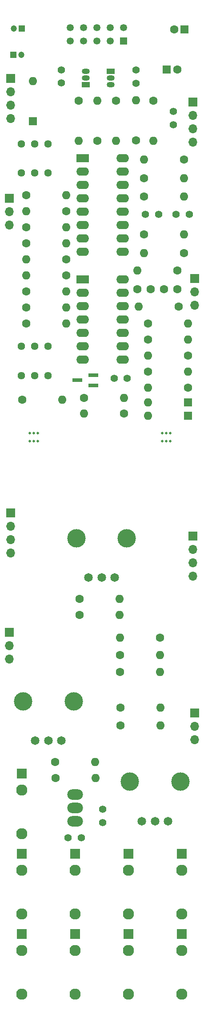
<source format=gbr>
%TF.GenerationSoftware,KiCad,Pcbnew,(6.0.4)*%
%TF.CreationDate,2022-06-07T18:20:15+01:00*%
%TF.ProjectId,panelized-boards,70616e65-6c69-47a6-9564-2d626f617264,rev?*%
%TF.SameCoordinates,Original*%
%TF.FileFunction,Soldermask,Top*%
%TF.FilePolarity,Negative*%
%FSLAX46Y46*%
G04 Gerber Fmt 4.6, Leading zero omitted, Abs format (unit mm)*
G04 Created by KiCad (PCBNEW (6.0.4)) date 2022-06-07 18:20:15*
%MOMM*%
%LPD*%
G01*
G04 APERTURE LIST*
%ADD10R,1.600000X1.600000*%
%ADD11C,1.600000*%
%ADD12O,1.600000X1.600000*%
%ADD13R,1.700000X1.700000*%
%ADD14O,1.700000X1.700000*%
%ADD15C,1.400000*%
%ADD16C,1.650000*%
%ADD17C,3.495000*%
%ADD18R,1.200000X1.200000*%
%ADD19C,1.200000*%
%ADD20R,2.400000X1.600000*%
%ADD21O,2.400000X1.600000*%
%ADD22R,1.500000X1.050000*%
%ADD23O,1.500000X1.050000*%
%ADD24R,1.930000X1.830000*%
%ADD25C,2.130000*%
%ADD26C,0.500000*%
%ADD27R,1.900000X0.800000*%
%ADD28O,3.000000X2.000000*%
%ADD29R,1.350000X1.350000*%
%ADD30C,1.350000*%
%ADD31C,1.440000*%
G04 APERTURE END LIST*
D10*
%TO.C,C13*%
X54480000Y-20057080D03*
D11*
X52480000Y-20057080D03*
%TD*%
%TO.C,R2*%
X24271000Y-51555080D03*
D12*
X31891000Y-51555080D03*
%TD*%
D13*
%TO.C,J16*%
X56060000Y-33787080D03*
D14*
X56060000Y-36327080D03*
X56060000Y-38867080D03*
X56060000Y-41407080D03*
%TD*%
D11*
%TO.C,R38*%
X42193000Y-142133000D03*
D12*
X49813000Y-142133000D03*
%TD*%
D15*
%TO.C,C6*%
X32303000Y-173636000D03*
X34803000Y-173636000D03*
%TD*%
D11*
%TO.C,R22*%
X47500000Y-78993080D03*
D12*
X55120000Y-78993080D03*
%TD*%
D16*
%TO.C,RV4*%
X26028000Y-155183000D03*
X28528000Y-155183000D03*
X31028000Y-155183000D03*
D17*
X23728000Y-147683000D03*
X33328000Y-147683000D03*
%TD*%
D11*
%TO.C,R30*%
X53088000Y-65791080D03*
D12*
X45468000Y-65791080D03*
%TD*%
D11*
%TO.C,R27*%
X24271000Y-69843080D03*
D12*
X31891000Y-69843080D03*
%TD*%
D11*
%TO.C,R24*%
X54358000Y-44721747D03*
D12*
X46738000Y-44721747D03*
%TD*%
D11*
%TO.C,R19*%
X29843000Y-159246000D03*
D12*
X37463000Y-159246000D03*
%TD*%
D11*
%TO.C,R25*%
X31891000Y-63753080D03*
D12*
X24271000Y-63753080D03*
%TD*%
D15*
%TO.C,C2*%
X30990000Y-27691080D03*
X30990000Y-30191080D03*
%TD*%
D18*
%TO.C,C12*%
X23468600Y-19885080D03*
D19*
X21968600Y-19885080D03*
%TD*%
D20*
%TO.C,U1*%
X35064000Y-67564080D03*
D21*
X35064000Y-70104080D03*
X35064000Y-72644080D03*
X35064000Y-75184080D03*
X35064000Y-77724080D03*
X35064000Y-80264080D03*
X35064000Y-82804080D03*
X42684000Y-82804080D03*
X42684000Y-80264080D03*
X42684000Y-77724080D03*
X42684000Y-75184080D03*
X42684000Y-72644080D03*
X42684000Y-70104080D03*
X42684000Y-67564080D03*
%TD*%
D11*
%TO.C,R14*%
X42268000Y-148908000D03*
D12*
X49888000Y-148908000D03*
%TD*%
D22*
%TO.C,U3*%
X35668000Y-30485080D03*
D23*
X35668000Y-29215080D03*
X35668000Y-27945080D03*
%TD*%
D11*
%TO.C,R33*%
X49763000Y-135633000D03*
D12*
X42143000Y-135633000D03*
%TD*%
D11*
%TO.C,R32*%
X55120000Y-88137080D03*
D12*
X47500000Y-88137080D03*
%TD*%
D10*
%TO.C,D2*%
X25548000Y-37469080D03*
D12*
X25548000Y-29849080D03*
%TD*%
D13*
%TO.C,J18*%
X21084000Y-52075080D03*
D14*
X21084000Y-54615080D03*
X21084000Y-57155080D03*
%TD*%
D13*
%TO.C,J20*%
X56390000Y-67321080D03*
D14*
X56390000Y-69861080D03*
X56390000Y-72401080D03*
%TD*%
D11*
%TO.C,R28*%
X46738000Y-58933080D03*
D12*
X54358000Y-58933080D03*
%TD*%
D11*
%TO.C,R15*%
X37848000Y-41153080D03*
D12*
X37848000Y-33533080D03*
%TD*%
D24*
%TO.C,J7*%
X53933000Y-191903000D03*
D25*
X53933000Y-203303000D03*
X53933000Y-195003000D03*
%TD*%
D11*
%TO.C,R39*%
X34447000Y-131318000D03*
D12*
X42067000Y-131318000D03*
%TD*%
D11*
%TO.C,C14*%
X45508000Y-69347080D03*
X48008000Y-69347080D03*
%TD*%
D26*
%TO.C,mouse-bite-2mm-slot*%
X25000000Y-96770000D03*
X26500000Y-96770000D03*
X25750000Y-98270000D03*
X25750000Y-96770000D03*
X26500000Y-98270000D03*
X25000000Y-98270000D03*
%TD*%
D11*
%TO.C,R36*%
X24271000Y-60699080D03*
D12*
X31891000Y-60699080D03*
%TD*%
D11*
%TO.C,R16*%
X24271000Y-75945080D03*
D12*
X31891000Y-75945080D03*
%TD*%
D11*
%TO.C,R29*%
X54358000Y-62489080D03*
D12*
X46738000Y-62489080D03*
%TD*%
D11*
%TO.C,R35*%
X31891000Y-54609080D03*
D12*
X24271000Y-54609080D03*
%TD*%
D11*
%TO.C,R11*%
X34447000Y-128270000D03*
D12*
X42067000Y-128270000D03*
%TD*%
D11*
%TO.C,R9*%
X23509000Y-90423080D03*
D12*
X31129000Y-90423080D03*
%TD*%
D15*
%TO.C,C3*%
X43560000Y-86295080D03*
X41060000Y-86295080D03*
%TD*%
D11*
%TO.C,R31*%
X24271000Y-57657080D03*
D12*
X31891000Y-57657080D03*
%TD*%
D27*
%TO.C,Q1*%
X37060000Y-87635080D03*
X37060000Y-85735080D03*
X34060000Y-86685080D03*
%TD*%
D11*
%TO.C,R34*%
X31891000Y-66795080D03*
D12*
X24271000Y-66795080D03*
%TD*%
D11*
%TO.C,R12*%
X24271000Y-72897080D03*
D12*
X31891000Y-72897080D03*
%TD*%
D11*
%TO.C,R1*%
X34292000Y-33533080D03*
D12*
X34292000Y-41153080D03*
%TD*%
D10*
%TO.C,C10*%
X51056000Y-27685080D03*
D11*
X53056000Y-27685080D03*
%TD*%
D15*
%TO.C,C4*%
X55334000Y-55135747D03*
X52834000Y-55135747D03*
%TD*%
%TO.C,C5*%
X45214000Y-30231080D03*
X45214000Y-27731080D03*
%TD*%
D20*
%TO.C,U2*%
X35039000Y-44470080D03*
D21*
X35039000Y-47010080D03*
X35039000Y-49550080D03*
X35039000Y-52090080D03*
X35039000Y-54630080D03*
X35039000Y-57170080D03*
X35039000Y-59710080D03*
X35039000Y-62250080D03*
X42659000Y-62250080D03*
X42659000Y-59710080D03*
X42659000Y-57170080D03*
X42659000Y-54630080D03*
X42659000Y-52090080D03*
X42659000Y-49550080D03*
X42659000Y-47010080D03*
X42659000Y-44470080D03*
%TD*%
D11*
%TO.C,R6*%
X35308000Y-90035080D03*
D12*
X42928000Y-90035080D03*
%TD*%
D11*
%TO.C,R5*%
X45214000Y-41147080D03*
D12*
X45214000Y-33527080D03*
%TD*%
D24*
%TO.C,J1*%
X33613000Y-191903000D03*
D25*
X33613000Y-203303000D03*
X33613000Y-195003000D03*
%TD*%
D15*
%TO.C,C8*%
X38853000Y-170733000D03*
X38853000Y-168233000D03*
%TD*%
D11*
%TO.C,R17*%
X53342000Y-72649080D03*
D12*
X45722000Y-72649080D03*
%TD*%
D11*
%TO.C,R7*%
X46738000Y-51808414D03*
D12*
X54358000Y-51808414D03*
%TD*%
D22*
%TO.C,U4*%
X40388000Y-27945080D03*
D23*
X40388000Y-29215080D03*
X40388000Y-30485080D03*
%TD*%
D10*
%TO.C,D3*%
X55120000Y-93471080D03*
D12*
X47500000Y-93471080D03*
%TD*%
D24*
%TO.C,J2*%
X43773000Y-191903000D03*
D25*
X43773000Y-203303000D03*
X43773000Y-195003000D03*
%TD*%
D11*
%TO.C,R18*%
X55120000Y-82041080D03*
D12*
X47500000Y-82041080D03*
%TD*%
D11*
%TO.C,C15*%
X50588000Y-69347080D03*
X53088000Y-69347080D03*
%TD*%
D24*
%TO.C,J4*%
X23453000Y-161448000D03*
D25*
X23453000Y-172848000D03*
X23453000Y-164548000D03*
%TD*%
D15*
%TO.C,C11*%
X52326000Y-38105080D03*
X52326000Y-35605080D03*
%TD*%
D11*
%TO.C,R13*%
X48516000Y-33533080D03*
D12*
X48516000Y-41153080D03*
%TD*%
D11*
%TO.C,R8*%
X42928000Y-93035080D03*
D12*
X35308000Y-93035080D03*
%TD*%
D26*
%TO.C,mouse-bite-2mm-slot*%
X51750000Y-98270000D03*
X50250000Y-96770000D03*
X51000000Y-96770000D03*
X50250000Y-98270000D03*
X51750000Y-96770000D03*
X51000000Y-98270000D03*
%TD*%
D28*
%TO.C,S1*%
X33613000Y-170468000D03*
X33613000Y-167928000D03*
X33613000Y-165388000D03*
%TD*%
D16*
%TO.C,RV3*%
X36178000Y-124208000D03*
X38678000Y-124208000D03*
X41178000Y-124208000D03*
D17*
X33878000Y-116708000D03*
X43478000Y-116708000D03*
%TD*%
D24*
%TO.C,J6*%
X43773000Y-176688000D03*
D25*
X43773000Y-188088000D03*
X43773000Y-179788000D03*
%TD*%
D16*
%TO.C,RV5*%
X46353000Y-170458000D03*
X48853000Y-170458000D03*
X51353000Y-170458000D03*
D17*
X44053000Y-162958000D03*
X53653000Y-162958000D03*
%TD*%
D11*
%TO.C,R10*%
X41404000Y-33533080D03*
D12*
X41404000Y-41153080D03*
%TD*%
D24*
%TO.C,J12*%
X23453000Y-191903000D03*
D25*
X23453000Y-203303000D03*
X23453000Y-195003000D03*
%TD*%
D24*
%TO.C,J8*%
X53933000Y-176688000D03*
D25*
X53933000Y-188088000D03*
X53933000Y-179788000D03*
%TD*%
D11*
%TO.C,R4*%
X46738000Y-48265080D03*
D12*
X54358000Y-48265080D03*
%TD*%
D18*
%TO.C,C9*%
X21873401Y-24835080D03*
D19*
X23373401Y-24835080D03*
%TD*%
D11*
%TO.C,R26*%
X42253000Y-152283000D03*
D12*
X49873000Y-152283000D03*
%TD*%
D13*
%TO.C,J14*%
X21338000Y-29341080D03*
D14*
X21338000Y-31881080D03*
X21338000Y-34421080D03*
X21338000Y-36961080D03*
%TD*%
D11*
%TO.C,R21*%
X47500000Y-75945080D03*
D12*
X55120000Y-75945080D03*
%TD*%
D24*
%TO.C,J3*%
X23453000Y-176688000D03*
D25*
X23453000Y-188088000D03*
X23453000Y-179788000D03*
%TD*%
D11*
%TO.C,R20*%
X47500000Y-85089080D03*
D12*
X55120000Y-85089080D03*
%TD*%
D11*
%TO.C,R23*%
X29853000Y-162283000D03*
D12*
X37473000Y-162283000D03*
%TD*%
D11*
%TO.C,R3*%
X42193000Y-138883000D03*
D12*
X49813000Y-138883000D03*
%TD*%
D10*
%TO.C,D1*%
X55120000Y-90931080D03*
D12*
X47500000Y-90931080D03*
%TD*%
D15*
%TO.C,C1*%
X46992000Y-55148414D03*
X49492000Y-55148414D03*
%TD*%
D24*
%TO.C,J5*%
X33613000Y-176688000D03*
D25*
X33613000Y-188088000D03*
X33613000Y-179788000D03*
%TD*%
D13*
%TO.C,J20*%
X56423000Y-149866000D03*
D14*
X56423000Y-152406000D03*
X56423000Y-154946000D03*
%TD*%
D29*
%TO.C,J9*%
X42886000Y-22235080D03*
D30*
X42886000Y-19695080D03*
X40346000Y-22235080D03*
X40346000Y-19695080D03*
X37806000Y-22235080D03*
X37806000Y-19695080D03*
X35266000Y-22235080D03*
X35266000Y-19695080D03*
X32726000Y-22235080D03*
X32726000Y-19695080D03*
%TD*%
D31*
%TO.C,RV6*%
X28448000Y-85851080D03*
X25908000Y-85851080D03*
X23368000Y-85851080D03*
%TD*%
D13*
%TO.C,J16*%
X56093000Y-116332000D03*
D14*
X56093000Y-118872000D03*
X56093000Y-121412000D03*
X56093000Y-123952000D03*
%TD*%
D31*
%TO.C,RV2*%
X28448000Y-41787080D03*
X25908000Y-41787080D03*
X23368000Y-41787080D03*
%TD*%
%TO.C,RV7*%
X28448000Y-80263080D03*
X25908000Y-80263080D03*
X23368000Y-80263080D03*
%TD*%
D13*
%TO.C,J18*%
X21117000Y-134620000D03*
D14*
X21117000Y-137160000D03*
X21117000Y-139700000D03*
%TD*%
D31*
%TO.C,RV1*%
X28446000Y-47285080D03*
X25906000Y-47285080D03*
X23366000Y-47285080D03*
%TD*%
D13*
%TO.C,J14*%
X21371000Y-111886000D03*
D14*
X21371000Y-114426000D03*
X21371000Y-116966000D03*
X21371000Y-119506000D03*
%TD*%
M02*

</source>
